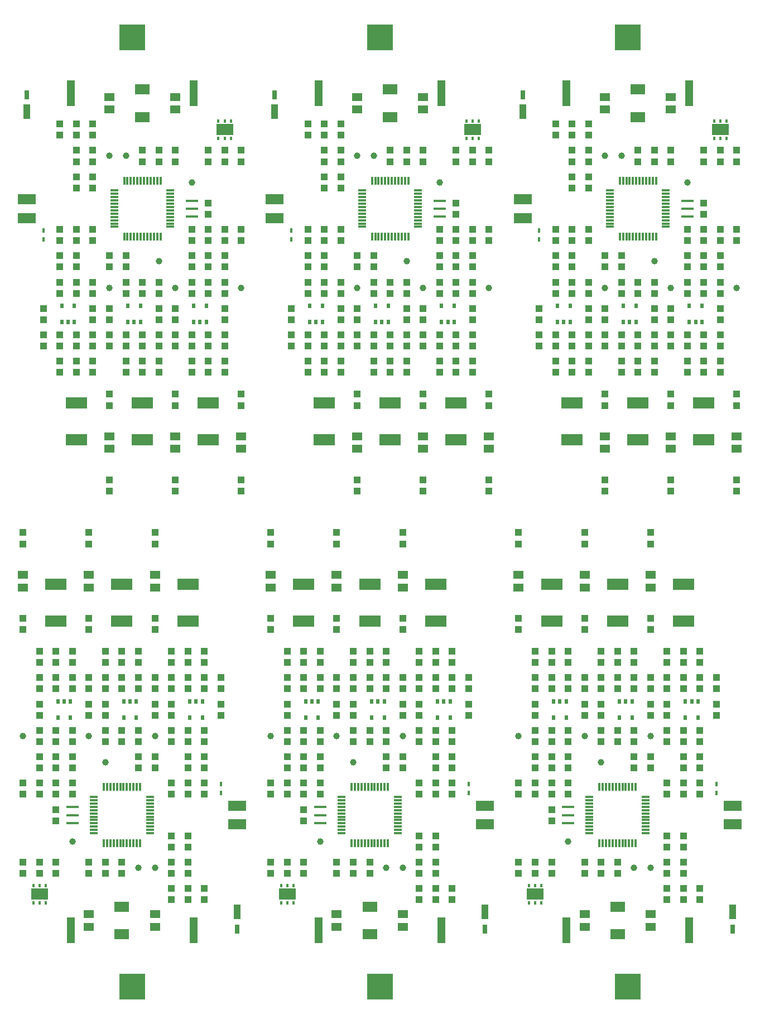
<source format=gbp>
%FSLAX25Y25*%
%MOIN*%
G70*
G01*
G75*
G04 Layer_Color=128*
%ADD10C,0.03937*%
%ADD11R,0.02165X0.02854*%
%ADD12R,0.02165X0.02510*%
%ADD13R,0.04921X0.02559*%
%ADD14R,0.02362X0.05512*%
%ADD15R,0.03937X0.04331*%
%ADD16R,0.01181X0.02559*%
%ADD17R,0.05906X0.05118*%
%ADD18R,0.02559X0.03819*%
%ADD19R,0.08661X0.04724*%
%ADD20R,0.08661X0.13780*%
%ADD21R,0.07874X0.11811*%
%ADD22R,0.15354X0.05709*%
%ADD23R,0.09646X0.05512*%
%ADD24R,0.01181X0.03150*%
%ADD25R,0.15748X0.15748*%
%ADD26R,0.10630X0.06299*%
%ADD27R,0.04724X0.15748*%
%ADD28C,0.00800*%
%ADD29C,0.01500*%
%ADD30C,0.02000*%
%ADD31R,0.15355X0.18110*%
%ADD32R,0.23622X0.23622*%
%ADD33R,0.03937X0.03937*%
%ADD34C,0.08032*%
%ADD35R,0.08032X0.08032*%
%ADD36C,0.02800*%
%ADD37C,0.02799*%
%ADD38R,0.12598X0.07087*%
%ADD39R,0.01969X0.02756*%
%ADD40R,0.04331X0.09134*%
%ADD41R,0.02953X0.05433*%
%ADD42R,0.08583X0.06378*%
%ADD43R,0.07480X0.01575*%
%ADD44R,0.04724X0.01181*%
%ADD45R,0.01181X0.04724*%
%ADD46R,0.09843X0.06693*%
%ADD47R,0.01772X0.01969*%
%ADD48R,0.07992X0.07165*%
%ADD49C,0.00500*%
%ADD50C,0.01969*%
%ADD51R,0.15551X0.18307*%
%ADD52C,0.05906*%
%ADD53R,0.02365X0.03054*%
%ADD54R,0.02365X0.02710*%
%ADD55R,0.05121X0.02759*%
%ADD56R,0.02562X0.05712*%
%ADD57R,0.04137X0.04531*%
%ADD58R,0.01381X0.02759*%
%ADD59R,0.06106X0.05318*%
%ADD60R,0.02759X0.04019*%
%ADD61R,0.08861X0.04924*%
%ADD62R,0.08861X0.13979*%
%ADD63R,0.08074X0.12011*%
%ADD64R,0.15554X0.05909*%
%ADD65R,0.09846X0.05712*%
%ADD66R,0.01381X0.03350*%
%ADD67C,0.04137*%
%ADD68R,0.15948X0.15948*%
%ADD69R,0.10830X0.06499*%
%ADD70R,0.04924X0.15948*%
%ADD71R,0.23822X0.23822*%
%ADD72R,0.04137X0.04137*%
%ADD73C,0.08232*%
%ADD74R,0.08232X0.08232*%
%ADD75R,0.08189X0.07362*%
%ADD76R,0.12798X0.07287*%
%ADD77R,0.02169X0.02956*%
%ADD78R,0.04531X0.09334*%
%ADD79R,0.03153X0.05633*%
%ADD80R,0.08783X0.06578*%
%ADD81R,0.07680X0.01775*%
%ADD82R,0.04924X0.01381*%
%ADD83R,0.01381X0.04924*%
%ADD84R,0.10043X0.06893*%
%ADD85R,0.01972X0.02169*%
D10*
X107283Y133465D02*
D03*
X28543Y212205D02*
D03*
X67913D02*
D03*
X107283D02*
D03*
X97441Y133465D02*
D03*
X58071Y149213D02*
D03*
X77756Y196457D02*
D03*
X255315Y133465D02*
D03*
X176575Y212205D02*
D03*
X215945D02*
D03*
X255315D02*
D03*
X245472Y133465D02*
D03*
X206102Y149213D02*
D03*
X225787Y196457D02*
D03*
X403346Y133465D02*
D03*
X324606Y212205D02*
D03*
X363976D02*
D03*
X403346D02*
D03*
X393504Y133465D02*
D03*
X354134Y149213D02*
D03*
X373819Y196457D02*
D03*
X376181Y558661D02*
D03*
X454921Y479921D02*
D03*
X415551D02*
D03*
X376181D02*
D03*
X386024Y558661D02*
D03*
X425394Y542913D02*
D03*
X405709Y495669D02*
D03*
X228150Y558661D02*
D03*
X306890Y479921D02*
D03*
X267520D02*
D03*
X228150D02*
D03*
X237992Y558661D02*
D03*
X277362Y542913D02*
D03*
X257677Y495669D02*
D03*
X80118Y558661D02*
D03*
X158858Y479921D02*
D03*
X119488D02*
D03*
X80118D02*
D03*
X89961Y558661D02*
D03*
X129331Y542913D02*
D03*
X109646Y495669D02*
D03*
D15*
X38386Y224606D02*
D03*
Y231299D02*
D03*
X77756Y224606D02*
D03*
Y231299D02*
D03*
X117126Y224606D02*
D03*
Y231299D02*
D03*
X67913D02*
D03*
Y224606D02*
D03*
Y247047D02*
D03*
Y240354D02*
D03*
X58071Y208858D02*
D03*
Y215551D02*
D03*
X107283Y247047D02*
D03*
Y240354D02*
D03*
X48228Y215551D02*
D03*
Y208858D02*
D03*
X87598Y247047D02*
D03*
Y240354D02*
D03*
X107283Y231299D02*
D03*
Y224606D02*
D03*
X38386Y208858D02*
D03*
Y215551D02*
D03*
X97441Y208858D02*
D03*
Y215551D02*
D03*
X136811Y247047D02*
D03*
Y240354D02*
D03*
X146653Y247047D02*
D03*
Y240354D02*
D03*
X87598Y215551D02*
D03*
Y208858D02*
D03*
X126969Y247047D02*
D03*
Y240354D02*
D03*
X77756Y208858D02*
D03*
Y215551D02*
D03*
X126969D02*
D03*
Y208858D02*
D03*
X136811Y121063D02*
D03*
Y114370D02*
D03*
X117126Y208858D02*
D03*
Y215551D02*
D03*
X136811Y208858D02*
D03*
Y215551D02*
D03*
X126969Y114370D02*
D03*
Y121063D02*
D03*
X58071Y240354D02*
D03*
Y247047D02*
D03*
X48228Y240354D02*
D03*
Y247047D02*
D03*
X97441Y240354D02*
D03*
Y247047D02*
D03*
X146653Y224606D02*
D03*
Y231299D02*
D03*
X38386Y247047D02*
D03*
Y240354D02*
D03*
X77756Y247047D02*
D03*
Y240354D02*
D03*
X67913Y333661D02*
D03*
Y326969D02*
D03*
X107283Y333661D02*
D03*
Y326969D02*
D03*
X117126Y247047D02*
D03*
Y240354D02*
D03*
X48228Y168307D02*
D03*
Y161614D02*
D03*
X58071Y184055D02*
D03*
Y177362D02*
D03*
Y193110D02*
D03*
Y199803D02*
D03*
X48228Y193110D02*
D03*
Y199803D02*
D03*
X38386Y193110D02*
D03*
Y199803D02*
D03*
X126969Y136811D02*
D03*
Y130118D02*
D03*
X117126Y136811D02*
D03*
Y130118D02*
D03*
X107283Y193110D02*
D03*
Y199803D02*
D03*
X97441Y193110D02*
D03*
Y199803D02*
D03*
X126969Y184055D02*
D03*
Y177362D02*
D03*
X117126Y184055D02*
D03*
Y177362D02*
D03*
X126969Y152559D02*
D03*
Y145866D02*
D03*
X117126Y152559D02*
D03*
Y145866D02*
D03*
X77756Y130118D02*
D03*
Y136811D02*
D03*
X67913Y130118D02*
D03*
Y136811D02*
D03*
X87598Y130118D02*
D03*
Y136811D02*
D03*
X28543D02*
D03*
Y130118D02*
D03*
X48228D02*
D03*
Y136811D02*
D03*
X38386D02*
D03*
Y130118D02*
D03*
X48228Y177362D02*
D03*
Y184055D02*
D03*
X28543Y177362D02*
D03*
Y184055D02*
D03*
X38386D02*
D03*
Y177362D02*
D03*
X126969Y193110D02*
D03*
Y199803D02*
D03*
X136811D02*
D03*
Y193110D02*
D03*
X136811Y177362D02*
D03*
Y184055D02*
D03*
X28543Y282480D02*
D03*
Y275787D02*
D03*
Y326969D02*
D03*
Y333661D02*
D03*
X67913Y282480D02*
D03*
Y275787D02*
D03*
X107283Y282480D02*
D03*
Y275787D02*
D03*
X38386Y262795D02*
D03*
Y256102D02*
D03*
X48228D02*
D03*
Y262795D02*
D03*
X58071D02*
D03*
Y256102D02*
D03*
X97441Y262795D02*
D03*
Y256102D02*
D03*
X87598D02*
D03*
Y262795D02*
D03*
X77756D02*
D03*
Y256102D02*
D03*
X117126Y262795D02*
D03*
Y256102D02*
D03*
X126969D02*
D03*
Y262795D02*
D03*
X136811D02*
D03*
Y256102D02*
D03*
X117126Y114370D02*
D03*
Y121063D02*
D03*
X186417Y224606D02*
D03*
Y231299D02*
D03*
X225787Y224606D02*
D03*
Y231299D02*
D03*
X265158Y224606D02*
D03*
Y231299D02*
D03*
X215945D02*
D03*
Y224606D02*
D03*
Y247047D02*
D03*
Y240354D02*
D03*
X206102Y208858D02*
D03*
Y215551D02*
D03*
X255315Y247047D02*
D03*
Y240354D02*
D03*
X196260Y215551D02*
D03*
Y208858D02*
D03*
X235630Y247047D02*
D03*
Y240354D02*
D03*
X255315Y231299D02*
D03*
Y224606D02*
D03*
X186417Y208858D02*
D03*
Y215551D02*
D03*
X245472Y208858D02*
D03*
Y215551D02*
D03*
X284842Y247047D02*
D03*
Y240354D02*
D03*
X294685Y247047D02*
D03*
Y240354D02*
D03*
X235630Y215551D02*
D03*
Y208858D02*
D03*
X275000Y247047D02*
D03*
Y240354D02*
D03*
X225787Y208858D02*
D03*
Y215551D02*
D03*
X275000D02*
D03*
Y208858D02*
D03*
X284842Y121063D02*
D03*
Y114370D02*
D03*
X265158Y208858D02*
D03*
Y215551D02*
D03*
X284842Y208858D02*
D03*
Y215551D02*
D03*
X275000Y114370D02*
D03*
Y121063D02*
D03*
X206102Y240354D02*
D03*
Y247047D02*
D03*
X196260Y240354D02*
D03*
Y247047D02*
D03*
X245472Y240354D02*
D03*
Y247047D02*
D03*
X294685Y224606D02*
D03*
Y231299D02*
D03*
X186417Y247047D02*
D03*
Y240354D02*
D03*
X225787Y247047D02*
D03*
Y240354D02*
D03*
X215945Y333661D02*
D03*
Y326969D02*
D03*
X255315Y333661D02*
D03*
Y326969D02*
D03*
X265158Y247047D02*
D03*
Y240354D02*
D03*
X196260Y168307D02*
D03*
Y161614D02*
D03*
X206102Y184055D02*
D03*
Y177362D02*
D03*
Y193110D02*
D03*
Y199803D02*
D03*
X196260Y193110D02*
D03*
Y199803D02*
D03*
X186417Y193110D02*
D03*
Y199803D02*
D03*
X275000Y136811D02*
D03*
Y130118D02*
D03*
X265158Y136811D02*
D03*
Y130118D02*
D03*
X255315Y193110D02*
D03*
Y199803D02*
D03*
X245472Y193110D02*
D03*
Y199803D02*
D03*
X275000Y184055D02*
D03*
Y177362D02*
D03*
X265158Y184055D02*
D03*
Y177362D02*
D03*
X275000Y152559D02*
D03*
Y145866D02*
D03*
X265158Y152559D02*
D03*
Y145866D02*
D03*
X225787Y130118D02*
D03*
Y136811D02*
D03*
X215945Y130118D02*
D03*
Y136811D02*
D03*
X235630Y130118D02*
D03*
Y136811D02*
D03*
X176575D02*
D03*
Y130118D02*
D03*
X196260D02*
D03*
Y136811D02*
D03*
X186417D02*
D03*
Y130118D02*
D03*
X196260Y177362D02*
D03*
Y184055D02*
D03*
X176575Y177362D02*
D03*
Y184055D02*
D03*
X186417D02*
D03*
Y177362D02*
D03*
X275000Y193110D02*
D03*
Y199803D02*
D03*
X284842D02*
D03*
Y193110D02*
D03*
X284842Y177362D02*
D03*
Y184055D02*
D03*
X176575Y282480D02*
D03*
Y275787D02*
D03*
Y326969D02*
D03*
Y333661D02*
D03*
X215945Y282480D02*
D03*
Y275787D02*
D03*
X255315Y282480D02*
D03*
Y275787D02*
D03*
X186417Y262795D02*
D03*
Y256102D02*
D03*
X196260D02*
D03*
Y262795D02*
D03*
X206102D02*
D03*
Y256102D02*
D03*
X245472Y262795D02*
D03*
Y256102D02*
D03*
X235630D02*
D03*
Y262795D02*
D03*
X225787D02*
D03*
Y256102D02*
D03*
X265158Y262795D02*
D03*
Y256102D02*
D03*
X275000D02*
D03*
Y262795D02*
D03*
X284842D02*
D03*
Y256102D02*
D03*
X265158Y114370D02*
D03*
Y121063D02*
D03*
X334449Y224606D02*
D03*
Y231299D02*
D03*
X373819Y224606D02*
D03*
Y231299D02*
D03*
X413189Y224606D02*
D03*
Y231299D02*
D03*
X363976D02*
D03*
Y224606D02*
D03*
Y247047D02*
D03*
Y240354D02*
D03*
X354134Y208858D02*
D03*
Y215551D02*
D03*
X403346Y247047D02*
D03*
Y240354D02*
D03*
X344291Y215551D02*
D03*
Y208858D02*
D03*
X383661Y247047D02*
D03*
Y240354D02*
D03*
X403346Y231299D02*
D03*
Y224606D02*
D03*
X334449Y208858D02*
D03*
Y215551D02*
D03*
X393504Y208858D02*
D03*
Y215551D02*
D03*
X432874Y247047D02*
D03*
Y240354D02*
D03*
X442717Y247047D02*
D03*
Y240354D02*
D03*
X383661Y215551D02*
D03*
Y208858D02*
D03*
X423032Y247047D02*
D03*
Y240354D02*
D03*
X373819Y208858D02*
D03*
Y215551D02*
D03*
X423032D02*
D03*
Y208858D02*
D03*
X432874Y121063D02*
D03*
Y114370D02*
D03*
X413189Y208858D02*
D03*
Y215551D02*
D03*
X432874Y208858D02*
D03*
Y215551D02*
D03*
X423032Y114370D02*
D03*
Y121063D02*
D03*
X354134Y240354D02*
D03*
Y247047D02*
D03*
X344291Y240354D02*
D03*
Y247047D02*
D03*
X393504Y240354D02*
D03*
Y247047D02*
D03*
X442717Y224606D02*
D03*
Y231299D02*
D03*
X334449Y247047D02*
D03*
Y240354D02*
D03*
X373819Y247047D02*
D03*
Y240354D02*
D03*
X363976Y333661D02*
D03*
Y326969D02*
D03*
X403346Y333661D02*
D03*
Y326969D02*
D03*
X413189Y247047D02*
D03*
Y240354D02*
D03*
X344291Y168307D02*
D03*
Y161614D02*
D03*
X354134Y184055D02*
D03*
Y177362D02*
D03*
Y193110D02*
D03*
Y199803D02*
D03*
X344291Y193110D02*
D03*
Y199803D02*
D03*
X334449Y193110D02*
D03*
Y199803D02*
D03*
X423032Y136811D02*
D03*
Y130118D02*
D03*
X413189Y136811D02*
D03*
Y130118D02*
D03*
X403346Y193110D02*
D03*
Y199803D02*
D03*
X393504Y193110D02*
D03*
Y199803D02*
D03*
X423032Y184055D02*
D03*
Y177362D02*
D03*
X413189Y184055D02*
D03*
Y177362D02*
D03*
X423032Y152559D02*
D03*
Y145866D02*
D03*
X413189Y152559D02*
D03*
Y145866D02*
D03*
X373819Y130118D02*
D03*
Y136811D02*
D03*
X363976Y130118D02*
D03*
Y136811D02*
D03*
X383661Y130118D02*
D03*
Y136811D02*
D03*
X324606D02*
D03*
Y130118D02*
D03*
X344291D02*
D03*
Y136811D02*
D03*
X334449D02*
D03*
Y130118D02*
D03*
X344291Y177362D02*
D03*
Y184055D02*
D03*
X324606Y177362D02*
D03*
Y184055D02*
D03*
X334449D02*
D03*
Y177362D02*
D03*
X423032Y193110D02*
D03*
Y199803D02*
D03*
X432874D02*
D03*
Y193110D02*
D03*
X432874Y177362D02*
D03*
Y184055D02*
D03*
X324606Y282480D02*
D03*
Y275787D02*
D03*
Y326969D02*
D03*
Y333661D02*
D03*
X363976Y282480D02*
D03*
Y275787D02*
D03*
X403346Y282480D02*
D03*
Y275787D02*
D03*
X334449Y262795D02*
D03*
Y256102D02*
D03*
X344291D02*
D03*
Y262795D02*
D03*
X354134D02*
D03*
Y256102D02*
D03*
X393504Y262795D02*
D03*
Y256102D02*
D03*
X383661D02*
D03*
Y262795D02*
D03*
X373819D02*
D03*
Y256102D02*
D03*
X413189Y262795D02*
D03*
Y256102D02*
D03*
X423032D02*
D03*
Y262795D02*
D03*
X432874D02*
D03*
Y256102D02*
D03*
X413189Y114370D02*
D03*
Y121063D02*
D03*
X445079Y467520D02*
D03*
Y460827D02*
D03*
X405709Y467520D02*
D03*
Y460827D02*
D03*
X366339Y467520D02*
D03*
Y460827D02*
D03*
X415551D02*
D03*
Y467520D02*
D03*
Y445079D02*
D03*
Y451772D02*
D03*
X425394Y483268D02*
D03*
Y476575D02*
D03*
X376181Y445079D02*
D03*
Y451772D02*
D03*
X435236Y476575D02*
D03*
Y483268D02*
D03*
X395866Y445079D02*
D03*
Y451772D02*
D03*
X376181Y460827D02*
D03*
Y467520D02*
D03*
X445079Y483268D02*
D03*
Y476575D02*
D03*
X386024Y483268D02*
D03*
Y476575D02*
D03*
X346654Y445079D02*
D03*
Y451772D02*
D03*
X336811Y445079D02*
D03*
Y451772D02*
D03*
X395866Y476575D02*
D03*
Y483268D02*
D03*
X356496Y445079D02*
D03*
Y451772D02*
D03*
X405709Y483268D02*
D03*
Y476575D02*
D03*
X356496D02*
D03*
Y483268D02*
D03*
X346654Y571063D02*
D03*
Y577756D02*
D03*
X366339Y483268D02*
D03*
Y476575D02*
D03*
X346654Y483268D02*
D03*
Y476575D02*
D03*
X356496Y577756D02*
D03*
Y571063D02*
D03*
X425394Y451772D02*
D03*
Y445079D02*
D03*
X435236Y451772D02*
D03*
Y445079D02*
D03*
X386024Y451772D02*
D03*
Y445079D02*
D03*
X336811Y467520D02*
D03*
Y460827D02*
D03*
X445079Y445079D02*
D03*
Y451772D02*
D03*
X405709Y445079D02*
D03*
Y451772D02*
D03*
X415551Y358465D02*
D03*
Y365158D02*
D03*
X376181Y358465D02*
D03*
Y365158D02*
D03*
X366339Y445079D02*
D03*
Y451772D02*
D03*
X435236Y523819D02*
D03*
Y530512D02*
D03*
X425394Y508071D02*
D03*
Y514764D02*
D03*
Y499016D02*
D03*
Y492323D02*
D03*
X435236Y499016D02*
D03*
Y492323D02*
D03*
X445079Y499016D02*
D03*
Y492323D02*
D03*
X356496Y555315D02*
D03*
Y562008D02*
D03*
X366339Y555315D02*
D03*
Y562008D02*
D03*
X376181Y499016D02*
D03*
Y492323D02*
D03*
X386024Y499016D02*
D03*
Y492323D02*
D03*
X356496Y508071D02*
D03*
Y514764D02*
D03*
X366339Y508071D02*
D03*
Y514764D02*
D03*
X356496Y539567D02*
D03*
Y546260D02*
D03*
X366339Y539567D02*
D03*
Y546260D02*
D03*
X405709Y562008D02*
D03*
Y555315D02*
D03*
X415551Y562008D02*
D03*
Y555315D02*
D03*
X395866Y562008D02*
D03*
Y555315D02*
D03*
X454921D02*
D03*
Y562008D02*
D03*
X435236D02*
D03*
Y555315D02*
D03*
X445079D02*
D03*
Y562008D02*
D03*
X435236Y514764D02*
D03*
Y508071D02*
D03*
X454921Y514764D02*
D03*
Y508071D02*
D03*
X445079D02*
D03*
Y514764D02*
D03*
X356496Y499016D02*
D03*
Y492323D02*
D03*
X346654D02*
D03*
Y499016D02*
D03*
X346654Y514764D02*
D03*
Y508071D02*
D03*
X454921Y409646D02*
D03*
Y416339D02*
D03*
Y365158D02*
D03*
Y358465D02*
D03*
X415551Y409646D02*
D03*
Y416339D02*
D03*
X376181Y409646D02*
D03*
Y416339D02*
D03*
X445079Y429331D02*
D03*
Y436024D02*
D03*
X435236D02*
D03*
Y429331D02*
D03*
X425394D02*
D03*
Y436024D02*
D03*
X386024Y429331D02*
D03*
Y436024D02*
D03*
X395866D02*
D03*
Y429331D02*
D03*
X405709D02*
D03*
Y436024D02*
D03*
X366339Y429331D02*
D03*
Y436024D02*
D03*
X356496D02*
D03*
Y429331D02*
D03*
X346654D02*
D03*
Y436024D02*
D03*
X366339Y577756D02*
D03*
Y571063D02*
D03*
X297047Y467520D02*
D03*
Y460827D02*
D03*
X257677Y467520D02*
D03*
Y460827D02*
D03*
X218307Y467520D02*
D03*
Y460827D02*
D03*
X267520D02*
D03*
Y467520D02*
D03*
Y445079D02*
D03*
Y451772D02*
D03*
X277362Y483268D02*
D03*
Y476575D02*
D03*
X228150Y445079D02*
D03*
Y451772D02*
D03*
X287205Y476575D02*
D03*
Y483268D02*
D03*
X247835Y445079D02*
D03*
Y451772D02*
D03*
X228150Y460827D02*
D03*
Y467520D02*
D03*
X297047Y483268D02*
D03*
Y476575D02*
D03*
X237992Y483268D02*
D03*
Y476575D02*
D03*
X198622Y445079D02*
D03*
Y451772D02*
D03*
X188779Y445079D02*
D03*
Y451772D02*
D03*
X247835Y476575D02*
D03*
Y483268D02*
D03*
X208465Y445079D02*
D03*
Y451772D02*
D03*
X257677Y483268D02*
D03*
Y476575D02*
D03*
X208465D02*
D03*
Y483268D02*
D03*
X198622Y571063D02*
D03*
Y577756D02*
D03*
X218307Y483268D02*
D03*
Y476575D02*
D03*
X198622Y483268D02*
D03*
Y476575D02*
D03*
X208465Y577756D02*
D03*
Y571063D02*
D03*
X277362Y451772D02*
D03*
Y445079D02*
D03*
X287205Y451772D02*
D03*
Y445079D02*
D03*
X237992Y451772D02*
D03*
Y445079D02*
D03*
X188779Y467520D02*
D03*
Y460827D02*
D03*
X297047Y445079D02*
D03*
Y451772D02*
D03*
X257677Y445079D02*
D03*
Y451772D02*
D03*
X267520Y358465D02*
D03*
Y365158D02*
D03*
X228150Y358465D02*
D03*
Y365158D02*
D03*
X218307Y445079D02*
D03*
Y451772D02*
D03*
X287205Y523819D02*
D03*
Y530512D02*
D03*
X277362Y508071D02*
D03*
Y514764D02*
D03*
Y499016D02*
D03*
Y492323D02*
D03*
X287205Y499016D02*
D03*
Y492323D02*
D03*
X297047Y499016D02*
D03*
Y492323D02*
D03*
X208465Y555315D02*
D03*
Y562008D02*
D03*
X218307Y555315D02*
D03*
Y562008D02*
D03*
X228150Y499016D02*
D03*
Y492323D02*
D03*
X237992Y499016D02*
D03*
Y492323D02*
D03*
X208465Y508071D02*
D03*
Y514764D02*
D03*
X218307Y508071D02*
D03*
Y514764D02*
D03*
X208465Y539567D02*
D03*
Y546260D02*
D03*
X218307Y539567D02*
D03*
Y546260D02*
D03*
X257677Y562008D02*
D03*
Y555315D02*
D03*
X267520Y562008D02*
D03*
Y555315D02*
D03*
X247835Y562008D02*
D03*
Y555315D02*
D03*
X306890D02*
D03*
Y562008D02*
D03*
X287205D02*
D03*
Y555315D02*
D03*
X297047D02*
D03*
Y562008D02*
D03*
X287205Y514764D02*
D03*
Y508071D02*
D03*
X306890Y514764D02*
D03*
Y508071D02*
D03*
X297047D02*
D03*
Y514764D02*
D03*
X208465Y499016D02*
D03*
Y492323D02*
D03*
X198622D02*
D03*
Y499016D02*
D03*
X198622Y514764D02*
D03*
Y508071D02*
D03*
X306890Y409646D02*
D03*
Y416339D02*
D03*
Y365158D02*
D03*
Y358465D02*
D03*
X267520Y409646D02*
D03*
Y416339D02*
D03*
X228150Y409646D02*
D03*
Y416339D02*
D03*
X297047Y429331D02*
D03*
Y436024D02*
D03*
X287205D02*
D03*
Y429331D02*
D03*
X277362D02*
D03*
Y436024D02*
D03*
X237992Y429331D02*
D03*
Y436024D02*
D03*
X247835D02*
D03*
Y429331D02*
D03*
X257677D02*
D03*
Y436024D02*
D03*
X218307Y429331D02*
D03*
Y436024D02*
D03*
X208465D02*
D03*
Y429331D02*
D03*
X198622D02*
D03*
Y436024D02*
D03*
X218307Y577756D02*
D03*
Y571063D02*
D03*
X149016Y467520D02*
D03*
Y460827D02*
D03*
X109646Y467520D02*
D03*
Y460827D02*
D03*
X70276Y467520D02*
D03*
Y460827D02*
D03*
X119488D02*
D03*
Y467520D02*
D03*
Y445079D02*
D03*
Y451772D02*
D03*
X129331Y483268D02*
D03*
Y476575D02*
D03*
X80118Y445079D02*
D03*
Y451772D02*
D03*
X139173Y476575D02*
D03*
Y483268D02*
D03*
X99803Y445079D02*
D03*
Y451772D02*
D03*
X80118Y460827D02*
D03*
Y467520D02*
D03*
X149016Y483268D02*
D03*
Y476575D02*
D03*
X89961Y483268D02*
D03*
Y476575D02*
D03*
X50591Y445079D02*
D03*
Y451772D02*
D03*
X40748Y445079D02*
D03*
Y451772D02*
D03*
X99803Y476575D02*
D03*
Y483268D02*
D03*
X60433Y445079D02*
D03*
Y451772D02*
D03*
X109646Y483268D02*
D03*
Y476575D02*
D03*
X60433D02*
D03*
Y483268D02*
D03*
X50591Y571063D02*
D03*
Y577756D02*
D03*
X70276Y483268D02*
D03*
Y476575D02*
D03*
X50591Y483268D02*
D03*
Y476575D02*
D03*
X60433Y577756D02*
D03*
Y571063D02*
D03*
X129331Y451772D02*
D03*
Y445079D02*
D03*
X139173Y451772D02*
D03*
Y445079D02*
D03*
X89961Y451772D02*
D03*
Y445079D02*
D03*
X40748Y467520D02*
D03*
Y460827D02*
D03*
X149016Y445079D02*
D03*
Y451772D02*
D03*
X109646Y445079D02*
D03*
Y451772D02*
D03*
X119488Y358465D02*
D03*
Y365158D02*
D03*
X80118Y358465D02*
D03*
Y365158D02*
D03*
X70276Y445079D02*
D03*
Y451772D02*
D03*
X139173Y523819D02*
D03*
Y530512D02*
D03*
X129331Y508071D02*
D03*
Y514764D02*
D03*
Y499016D02*
D03*
Y492323D02*
D03*
X139173Y499016D02*
D03*
Y492323D02*
D03*
X149016Y499016D02*
D03*
Y492323D02*
D03*
X60433Y555315D02*
D03*
Y562008D02*
D03*
X70276Y555315D02*
D03*
Y562008D02*
D03*
X80118Y499016D02*
D03*
Y492323D02*
D03*
X89961Y499016D02*
D03*
Y492323D02*
D03*
X60433Y508071D02*
D03*
Y514764D02*
D03*
X70276Y508071D02*
D03*
Y514764D02*
D03*
X60433Y539567D02*
D03*
Y546260D02*
D03*
X70276Y539567D02*
D03*
Y546260D02*
D03*
X109646Y562008D02*
D03*
Y555315D02*
D03*
X119488Y562008D02*
D03*
Y555315D02*
D03*
X99803Y562008D02*
D03*
Y555315D02*
D03*
X158858D02*
D03*
Y562008D02*
D03*
X139173D02*
D03*
Y555315D02*
D03*
X149016D02*
D03*
Y562008D02*
D03*
X139173Y514764D02*
D03*
Y508071D02*
D03*
X158858Y514764D02*
D03*
Y508071D02*
D03*
X149016D02*
D03*
Y514764D02*
D03*
X60433Y499016D02*
D03*
Y492323D02*
D03*
X50591D02*
D03*
Y499016D02*
D03*
X50591Y514764D02*
D03*
Y508071D02*
D03*
X158858Y409646D02*
D03*
Y416339D02*
D03*
Y365158D02*
D03*
Y358465D02*
D03*
X119488Y409646D02*
D03*
Y416339D02*
D03*
X80118Y409646D02*
D03*
Y416339D02*
D03*
X149016Y429331D02*
D03*
Y436024D02*
D03*
X139173D02*
D03*
Y429331D02*
D03*
X129331D02*
D03*
Y436024D02*
D03*
X89961Y429331D02*
D03*
Y436024D02*
D03*
X99803D02*
D03*
Y429331D02*
D03*
X109646D02*
D03*
Y436024D02*
D03*
X70276Y429331D02*
D03*
Y436024D02*
D03*
X60433D02*
D03*
Y429331D02*
D03*
X50591D02*
D03*
Y436024D02*
D03*
X70276Y577756D02*
D03*
Y571063D02*
D03*
D16*
X146653Y183366D02*
D03*
Y178051D02*
D03*
X294685Y183366D02*
D03*
Y178051D02*
D03*
X442717Y183366D02*
D03*
Y178051D02*
D03*
X336811Y508760D02*
D03*
Y514075D02*
D03*
X188779Y508760D02*
D03*
Y514075D02*
D03*
X40748Y508760D02*
D03*
Y514075D02*
D03*
D17*
X28543Y300984D02*
D03*
Y308465D02*
D03*
X67913Y300984D02*
D03*
Y308465D02*
D03*
X107283Y300984D02*
D03*
Y308465D02*
D03*
Y105709D02*
D03*
Y98228D02*
D03*
X67913Y105709D02*
D03*
Y98228D02*
D03*
X176575Y300984D02*
D03*
Y308465D02*
D03*
X215945Y300984D02*
D03*
Y308465D02*
D03*
X255315Y300984D02*
D03*
Y308465D02*
D03*
Y105709D02*
D03*
Y98228D02*
D03*
X215945Y105709D02*
D03*
Y98228D02*
D03*
X324606Y300984D02*
D03*
Y308465D02*
D03*
X363976Y300984D02*
D03*
Y308465D02*
D03*
X403346Y300984D02*
D03*
Y308465D02*
D03*
Y105709D02*
D03*
Y98228D02*
D03*
X363976Y105709D02*
D03*
Y98228D02*
D03*
X454921Y391142D02*
D03*
Y383661D02*
D03*
X415551Y391142D02*
D03*
Y383661D02*
D03*
X376181Y391142D02*
D03*
Y383661D02*
D03*
Y586417D02*
D03*
Y593898D02*
D03*
X415551Y586417D02*
D03*
Y593898D02*
D03*
X306890Y391142D02*
D03*
Y383661D02*
D03*
X267520Y391142D02*
D03*
Y383661D02*
D03*
X228150Y391142D02*
D03*
Y383661D02*
D03*
Y586417D02*
D03*
Y593898D02*
D03*
X267520Y586417D02*
D03*
Y593898D02*
D03*
X158858Y391142D02*
D03*
Y383661D02*
D03*
X119488Y391142D02*
D03*
Y383661D02*
D03*
X80118Y391142D02*
D03*
Y383661D02*
D03*
Y586417D02*
D03*
Y593898D02*
D03*
X119488Y586417D02*
D03*
Y593898D02*
D03*
D25*
X93701Y62598D02*
D03*
X241732D02*
D03*
X389764D02*
D03*
X389764Y629528D02*
D03*
X241732D02*
D03*
X93701D02*
D03*
D26*
X156496Y170472D02*
D03*
Y159449D02*
D03*
X304528Y170472D02*
D03*
Y159449D02*
D03*
X452559Y170472D02*
D03*
Y159449D02*
D03*
X326969Y521654D02*
D03*
Y532677D02*
D03*
X178937Y521654D02*
D03*
Y532677D02*
D03*
X30906Y521654D02*
D03*
Y532677D02*
D03*
D27*
X130315Y96063D02*
D03*
X57087D02*
D03*
X278346D02*
D03*
X205118D02*
D03*
X426378D02*
D03*
X353150D02*
D03*
Y596063D02*
D03*
X426378D02*
D03*
X205118D02*
D03*
X278346D02*
D03*
X57087D02*
D03*
X130315D02*
D03*
D38*
X87598Y280906D02*
D03*
Y302953D02*
D03*
X126969Y280906D02*
D03*
Y302953D02*
D03*
X48228Y280906D02*
D03*
Y302953D02*
D03*
X235630Y280906D02*
D03*
Y302953D02*
D03*
X275000Y280906D02*
D03*
Y302953D02*
D03*
X196260Y280906D02*
D03*
Y302953D02*
D03*
X383661Y280906D02*
D03*
Y302953D02*
D03*
X423032Y280906D02*
D03*
Y302953D02*
D03*
X344291Y280906D02*
D03*
Y302953D02*
D03*
X395866Y411221D02*
D03*
Y389173D02*
D03*
X356496Y411221D02*
D03*
Y389173D02*
D03*
X435236Y411221D02*
D03*
Y389173D02*
D03*
X247835Y411221D02*
D03*
Y389173D02*
D03*
X208465Y411221D02*
D03*
Y389173D02*
D03*
X287205Y411221D02*
D03*
Y389173D02*
D03*
X99803Y411221D02*
D03*
Y389173D02*
D03*
X60433Y411221D02*
D03*
Y389173D02*
D03*
X139173Y411221D02*
D03*
Y389173D02*
D03*
D39*
X53150Y232776D02*
D03*
X56890D02*
D03*
X49409D02*
D03*
Y223130D02*
D03*
X56890D02*
D03*
X92520Y232776D02*
D03*
X96260D02*
D03*
X88779D02*
D03*
Y223130D02*
D03*
X96260D02*
D03*
X131890Y232776D02*
D03*
X135630D02*
D03*
X128150D02*
D03*
Y223130D02*
D03*
X135630D02*
D03*
X201181Y232776D02*
D03*
X204921D02*
D03*
X197441D02*
D03*
Y223130D02*
D03*
X204921D02*
D03*
X240551Y232776D02*
D03*
X244291D02*
D03*
X236811D02*
D03*
Y223130D02*
D03*
X244291D02*
D03*
X279921Y232776D02*
D03*
X283661D02*
D03*
X276181D02*
D03*
Y223130D02*
D03*
X283661D02*
D03*
X349213Y232776D02*
D03*
X352953D02*
D03*
X345472D02*
D03*
Y223130D02*
D03*
X352953D02*
D03*
X388583Y232776D02*
D03*
X392323D02*
D03*
X384842D02*
D03*
Y223130D02*
D03*
X392323D02*
D03*
X427953Y232776D02*
D03*
X431693D02*
D03*
X424213D02*
D03*
Y223130D02*
D03*
X431693D02*
D03*
X430315Y459350D02*
D03*
X426575D02*
D03*
X434055D02*
D03*
Y468996D02*
D03*
X426575D02*
D03*
X390945Y459350D02*
D03*
X387205D02*
D03*
X394685D02*
D03*
Y468996D02*
D03*
X387205D02*
D03*
X351575Y459350D02*
D03*
X347835D02*
D03*
X355315D02*
D03*
Y468996D02*
D03*
X347835D02*
D03*
X282283Y459350D02*
D03*
X278543D02*
D03*
X286024D02*
D03*
Y468996D02*
D03*
X278543D02*
D03*
X242913Y459350D02*
D03*
X239173D02*
D03*
X246654D02*
D03*
Y468996D02*
D03*
X239173D02*
D03*
X203543Y459350D02*
D03*
X199803D02*
D03*
X207283D02*
D03*
Y468996D02*
D03*
X199803D02*
D03*
X134252Y459350D02*
D03*
X130512D02*
D03*
X137992D02*
D03*
Y468996D02*
D03*
X130512D02*
D03*
X94882Y459350D02*
D03*
X91142D02*
D03*
X98622D02*
D03*
Y468996D02*
D03*
X91142D02*
D03*
X55512Y459350D02*
D03*
X51772D02*
D03*
X59252D02*
D03*
Y468996D02*
D03*
X51772D02*
D03*
D40*
X156496Y107008D02*
D03*
X304528D02*
D03*
X452559D02*
D03*
X326969Y585118D02*
D03*
X178937D02*
D03*
X30906D02*
D03*
D41*
X156496Y96929D02*
D03*
X304528D02*
D03*
X452559D02*
D03*
X326969Y595197D02*
D03*
X178937D02*
D03*
X30906D02*
D03*
D42*
X87598Y93661D02*
D03*
Y110276D02*
D03*
X235630Y93661D02*
D03*
Y110276D02*
D03*
X383661Y93661D02*
D03*
Y110276D02*
D03*
X395866Y598465D02*
D03*
Y581850D02*
D03*
X247835Y598465D02*
D03*
Y581850D02*
D03*
X99803Y598465D02*
D03*
Y581850D02*
D03*
D43*
X58071Y164961D02*
D03*
Y160236D02*
D03*
Y169685D02*
D03*
X206102Y164961D02*
D03*
Y160236D02*
D03*
Y169685D02*
D03*
X354134Y164961D02*
D03*
Y160236D02*
D03*
Y169685D02*
D03*
X425394Y527165D02*
D03*
Y531890D02*
D03*
Y522441D02*
D03*
X277362Y527165D02*
D03*
Y531890D02*
D03*
Y522441D02*
D03*
X129331Y527165D02*
D03*
Y531890D02*
D03*
Y522441D02*
D03*
D44*
X70866Y175787D02*
D03*
Y173819D02*
D03*
Y171850D02*
D03*
Y169882D02*
D03*
Y167913D02*
D03*
Y165945D02*
D03*
Y163976D02*
D03*
Y162008D02*
D03*
Y160039D02*
D03*
Y158071D02*
D03*
Y156102D02*
D03*
Y154134D02*
D03*
X104331D02*
D03*
Y156102D02*
D03*
Y158071D02*
D03*
Y160039D02*
D03*
Y162008D02*
D03*
Y163976D02*
D03*
Y165945D02*
D03*
Y167913D02*
D03*
Y169882D02*
D03*
Y171850D02*
D03*
Y173819D02*
D03*
Y175787D02*
D03*
X218898D02*
D03*
Y173819D02*
D03*
Y171850D02*
D03*
Y169882D02*
D03*
Y167913D02*
D03*
Y165945D02*
D03*
Y163976D02*
D03*
Y162008D02*
D03*
Y160039D02*
D03*
Y158071D02*
D03*
Y156102D02*
D03*
Y154134D02*
D03*
X252362D02*
D03*
Y156102D02*
D03*
Y158071D02*
D03*
Y160039D02*
D03*
Y162008D02*
D03*
Y163976D02*
D03*
Y165945D02*
D03*
Y167913D02*
D03*
Y169882D02*
D03*
Y171850D02*
D03*
Y173819D02*
D03*
Y175787D02*
D03*
X366929D02*
D03*
Y173819D02*
D03*
Y171850D02*
D03*
Y169882D02*
D03*
Y167913D02*
D03*
Y165945D02*
D03*
Y163976D02*
D03*
Y162008D02*
D03*
Y160039D02*
D03*
Y158071D02*
D03*
Y156102D02*
D03*
Y154134D02*
D03*
X400394D02*
D03*
Y156102D02*
D03*
Y158071D02*
D03*
Y160039D02*
D03*
Y162008D02*
D03*
Y163976D02*
D03*
Y165945D02*
D03*
Y167913D02*
D03*
Y169882D02*
D03*
Y171850D02*
D03*
Y173819D02*
D03*
Y175787D02*
D03*
X412598Y516339D02*
D03*
Y518307D02*
D03*
Y520276D02*
D03*
Y522244D02*
D03*
Y524213D02*
D03*
Y526181D02*
D03*
Y528150D02*
D03*
Y530118D02*
D03*
Y532087D02*
D03*
Y534055D02*
D03*
Y536024D02*
D03*
Y537992D02*
D03*
X379134D02*
D03*
Y536024D02*
D03*
Y534055D02*
D03*
Y532087D02*
D03*
Y530118D02*
D03*
Y528150D02*
D03*
Y526181D02*
D03*
Y524213D02*
D03*
Y522244D02*
D03*
Y520276D02*
D03*
Y518307D02*
D03*
Y516339D02*
D03*
X264567D02*
D03*
Y518307D02*
D03*
Y520276D02*
D03*
Y522244D02*
D03*
Y524213D02*
D03*
Y526181D02*
D03*
Y528150D02*
D03*
Y530118D02*
D03*
Y532087D02*
D03*
Y534055D02*
D03*
Y536024D02*
D03*
Y537992D02*
D03*
X231102D02*
D03*
Y536024D02*
D03*
Y534055D02*
D03*
Y532087D02*
D03*
Y530118D02*
D03*
Y528150D02*
D03*
Y526181D02*
D03*
Y524213D02*
D03*
Y522244D02*
D03*
Y520276D02*
D03*
Y518307D02*
D03*
Y516339D02*
D03*
X116535D02*
D03*
Y518307D02*
D03*
Y520276D02*
D03*
Y522244D02*
D03*
Y524213D02*
D03*
Y526181D02*
D03*
Y528150D02*
D03*
Y530118D02*
D03*
Y532087D02*
D03*
Y534055D02*
D03*
Y536024D02*
D03*
Y537992D02*
D03*
X83071D02*
D03*
Y536024D02*
D03*
Y534055D02*
D03*
Y532087D02*
D03*
Y530118D02*
D03*
Y528150D02*
D03*
Y526181D02*
D03*
Y524213D02*
D03*
Y522244D02*
D03*
Y520276D02*
D03*
Y518307D02*
D03*
Y516339D02*
D03*
D45*
X98425Y181693D02*
D03*
X76772D02*
D03*
X78740D02*
D03*
X80709D02*
D03*
X82677D02*
D03*
X84646D02*
D03*
X86614D02*
D03*
X88583D02*
D03*
X90551D02*
D03*
X92520D02*
D03*
X94488D02*
D03*
X96457D02*
D03*
Y148228D02*
D03*
X94488D02*
D03*
X92520D02*
D03*
X98425D02*
D03*
X88583D02*
D03*
X86614D02*
D03*
X84646D02*
D03*
X82677D02*
D03*
X80709D02*
D03*
X78740D02*
D03*
X76772D02*
D03*
X90551D02*
D03*
X246457Y181693D02*
D03*
X224803D02*
D03*
X226772D02*
D03*
X228740D02*
D03*
X230709D02*
D03*
X232677D02*
D03*
X234646D02*
D03*
X236614D02*
D03*
X238583D02*
D03*
X240551D02*
D03*
X242520D02*
D03*
X244488D02*
D03*
Y148228D02*
D03*
X242520D02*
D03*
X240551D02*
D03*
X246457D02*
D03*
X236614D02*
D03*
X234646D02*
D03*
X232677D02*
D03*
X230709D02*
D03*
X228740D02*
D03*
X226772D02*
D03*
X224803D02*
D03*
X238583D02*
D03*
X394488Y181693D02*
D03*
X372835D02*
D03*
X374803D02*
D03*
X376772D02*
D03*
X378740D02*
D03*
X380709D02*
D03*
X382677D02*
D03*
X384646D02*
D03*
X386614D02*
D03*
X388583D02*
D03*
X390551D02*
D03*
X392520D02*
D03*
Y148228D02*
D03*
X390551D02*
D03*
X388583D02*
D03*
X394488D02*
D03*
X384646D02*
D03*
X382677D02*
D03*
X380709D02*
D03*
X378740D02*
D03*
X376772D02*
D03*
X374803D02*
D03*
X372835D02*
D03*
X386614D02*
D03*
X385039Y510433D02*
D03*
X406693D02*
D03*
X404724D02*
D03*
X402756D02*
D03*
X400787D02*
D03*
X398819D02*
D03*
X396850D02*
D03*
X394882D02*
D03*
X392913D02*
D03*
X390945D02*
D03*
X388976D02*
D03*
X387008D02*
D03*
Y543898D02*
D03*
X388976D02*
D03*
X390945D02*
D03*
X385039D02*
D03*
X394882D02*
D03*
X396850D02*
D03*
X398819D02*
D03*
X400787D02*
D03*
X402756D02*
D03*
X404724D02*
D03*
X406693D02*
D03*
X392913D02*
D03*
X237008Y510433D02*
D03*
X258661D02*
D03*
X256693D02*
D03*
X254724D02*
D03*
X252756D02*
D03*
X250787D02*
D03*
X248819D02*
D03*
X246850D02*
D03*
X244882D02*
D03*
X242913D02*
D03*
X240945D02*
D03*
X238976D02*
D03*
Y543898D02*
D03*
X240945D02*
D03*
X242913D02*
D03*
X237008D02*
D03*
X246850D02*
D03*
X248819D02*
D03*
X250787D02*
D03*
X252756D02*
D03*
X254724D02*
D03*
X256693D02*
D03*
X258661D02*
D03*
X244882D02*
D03*
X88976Y510433D02*
D03*
X110630D02*
D03*
X108661D02*
D03*
X106693D02*
D03*
X104724D02*
D03*
X102756D02*
D03*
X100787D02*
D03*
X98819D02*
D03*
X96850D02*
D03*
X94882D02*
D03*
X92913D02*
D03*
X90945D02*
D03*
Y543898D02*
D03*
X92913D02*
D03*
X94882D02*
D03*
X88976D02*
D03*
X98819D02*
D03*
X100787D02*
D03*
X102756D02*
D03*
X104724D02*
D03*
X106693D02*
D03*
X108661D02*
D03*
X110630D02*
D03*
X96850D02*
D03*
D46*
X38386Y117717D02*
D03*
X186417D02*
D03*
X334449D02*
D03*
X445079Y574409D02*
D03*
X297047D02*
D03*
X149016D02*
D03*
D47*
X42126Y122835D02*
D03*
X38386D02*
D03*
X34646D02*
D03*
Y112598D02*
D03*
X38386D02*
D03*
X42126D02*
D03*
X190157Y122835D02*
D03*
X186417D02*
D03*
X182677D02*
D03*
Y112598D02*
D03*
X186417D02*
D03*
X190157D02*
D03*
X338189Y122835D02*
D03*
X334449D02*
D03*
X330709D02*
D03*
Y112598D02*
D03*
X334449D02*
D03*
X338189D02*
D03*
X441339Y569291D02*
D03*
X445079D02*
D03*
X448819D02*
D03*
Y579528D02*
D03*
X445079D02*
D03*
X441339D02*
D03*
X293307Y569291D02*
D03*
X297047D02*
D03*
X300787D02*
D03*
Y579528D02*
D03*
X297047D02*
D03*
X293307D02*
D03*
X145276Y569291D02*
D03*
X149016D02*
D03*
X152756D02*
D03*
Y579528D02*
D03*
X149016D02*
D03*
X145276D02*
D03*
M02*

</source>
